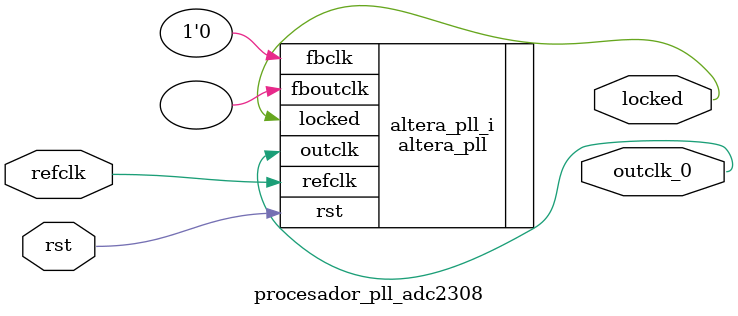
<source format=v>
`timescale 1ns/10ps
module  procesador_pll_adc2308(

	// interface 'refclk'
	input wire refclk,

	// interface 'reset'
	input wire rst,

	// interface 'outclk0'
	output wire outclk_0,

	// interface 'locked'
	output wire locked
);

	altera_pll #(
		.fractional_vco_multiplier("false"),
		.reference_clock_frequency("50.0 MHz"),
		.operation_mode("direct"),
		.number_of_clocks(1),
		.output_clock_frequency0("40.000000 MHz"),
		.phase_shift0("0 ps"),
		.duty_cycle0(50),
		.output_clock_frequency1("0 MHz"),
		.phase_shift1("0 ps"),
		.duty_cycle1(50),
		.output_clock_frequency2("0 MHz"),
		.phase_shift2("0 ps"),
		.duty_cycle2(50),
		.output_clock_frequency3("0 MHz"),
		.phase_shift3("0 ps"),
		.duty_cycle3(50),
		.output_clock_frequency4("0 MHz"),
		.phase_shift4("0 ps"),
		.duty_cycle4(50),
		.output_clock_frequency5("0 MHz"),
		.phase_shift5("0 ps"),
		.duty_cycle5(50),
		.output_clock_frequency6("0 MHz"),
		.phase_shift6("0 ps"),
		.duty_cycle6(50),
		.output_clock_frequency7("0 MHz"),
		.phase_shift7("0 ps"),
		.duty_cycle7(50),
		.output_clock_frequency8("0 MHz"),
		.phase_shift8("0 ps"),
		.duty_cycle8(50),
		.output_clock_frequency9("0 MHz"),
		.phase_shift9("0 ps"),
		.duty_cycle9(50),
		.output_clock_frequency10("0 MHz"),
		.phase_shift10("0 ps"),
		.duty_cycle10(50),
		.output_clock_frequency11("0 MHz"),
		.phase_shift11("0 ps"),
		.duty_cycle11(50),
		.output_clock_frequency12("0 MHz"),
		.phase_shift12("0 ps"),
		.duty_cycle12(50),
		.output_clock_frequency13("0 MHz"),
		.phase_shift13("0 ps"),
		.duty_cycle13(50),
		.output_clock_frequency14("0 MHz"),
		.phase_shift14("0 ps"),
		.duty_cycle14(50),
		.output_clock_frequency15("0 MHz"),
		.phase_shift15("0 ps"),
		.duty_cycle15(50),
		.output_clock_frequency16("0 MHz"),
		.phase_shift16("0 ps"),
		.duty_cycle16(50),
		.output_clock_frequency17("0 MHz"),
		.phase_shift17("0 ps"),
		.duty_cycle17(50),
		.pll_type("General"),
		.pll_subtype("General")
	) altera_pll_i (
		.rst	(rst),
		.outclk	({outclk_0}),
		.locked	(locked),
		.fboutclk	( ),
		.fbclk	(1'b0),
		.refclk	(refclk)
	);
endmodule


</source>
